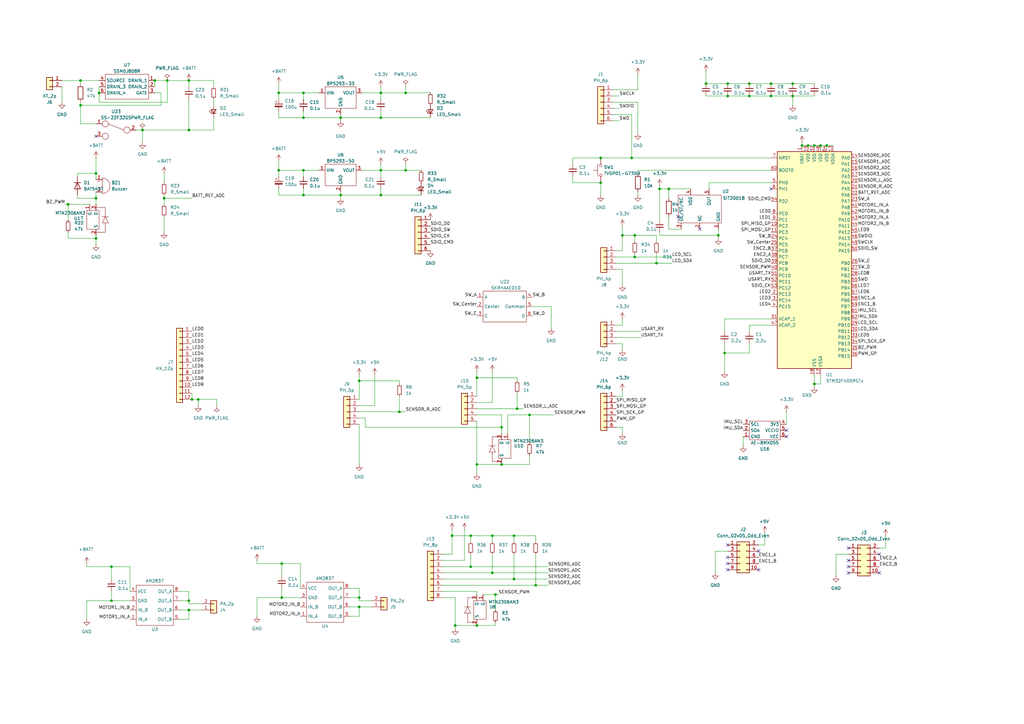
<source format=kicad_sch>
(kicad_sch (version 20231120) (generator "eeschema") (generator_version "8.0")
  (paper "A3")
  (junction (at 336.55 59.69))
  (junction (at 246.38 74.93))
  (junction (at 307.34 39.37))
  (junction (at 203.2 243.84))
  (junction (at 307.34 34.29))
  (junction (at 316.23 34.29))
  (junction (at 205.74 175.26))
  (junction (at 67.31 81.28))
  (junction (at 325.12 34.29))
  (junction (at 78.74 163.83))
  (junction (at 297.18 144.78))
  (junction (at 77.47 33.02))
  (junction (at 334.01 157.48))
  (junction (at 63.5 33.02))
  (junction (at 33.02 43.18))
  (junction (at 193.04 232.41))
  (junction (at 298.45 34.29))
  (junction (at 325.12 39.37))
  (junction (at 270.51 77.47))
  (junction (at 201.93 234.95))
  (junction (at 339.09 59.69))
  (junction (at 246.38 64.77))
  (junction (at 316.23 39.37))
  (junction (at 124.46 80.01))
  (junction (at 193.04 219.71))
  (junction (at 217.17 170.18))
  (junction (at 77.47 246.38))
  (junction (at 124.46 69.85))
  (junction (at 39.37 97.79))
  (junction (at 27.94 83.82))
  (junction (at 219.71 240.03))
  (junction (at 156.21 38.1))
  (junction (at 156.21 80.01))
  (junction (at 115.57 231.14))
  (junction (at 274.32 77.47))
  (junction (at 210.82 219.71))
  (junction (at 166.37 69.85))
  (junction (at 39.37 81.28))
  (junction (at 163.83 168.91))
  (junction (at 294.64 96.52))
  (junction (at 77.47 250.19))
  (junction (at 40.64 38.1))
  (junction (at 205.74 190.5))
  (junction (at 210.82 237.49))
  (junction (at 58.42 53.34))
  (junction (at 212.09 167.64))
  (junction (at 185.42 219.71))
  (junction (at 147.32 245.11))
  (junction (at 45.72 246.38))
  (junction (at 115.57 245.11))
  (junction (at 156.21 48.26))
  (junction (at 147.32 156.21))
  (junction (at 124.46 38.1))
  (junction (at 298.45 39.37))
  (junction (at 166.37 38.1))
  (junction (at 195.58 190.5))
  (junction (at 260.35 96.52))
  (junction (at 334.01 59.69))
  (junction (at 186.69 256.54))
  (junction (at 259.08 64.77))
  (junction (at 77.47 53.34))
  (junction (at 201.93 219.71))
  (junction (at 39.37 71.12))
  (junction (at 139.7 48.26))
  (junction (at 260.35 105.41))
  (junction (at 68.58 33.02))
  (junction (at 255.27 96.52))
  (junction (at 269.24 107.95))
  (junction (at 81.28 163.83))
  (junction (at 156.21 69.85))
  (junction (at 33.02 33.02))
  (junction (at 195.58 154.94))
  (junction (at 289.56 34.29))
  (junction (at 124.46 48.26))
  (junction (at 328.93 59.69))
  (junction (at 114.3 69.85))
  (junction (at 147.32 248.92))
  (junction (at 139.7 80.01))
  (junction (at 114.3 38.1))
  (junction (at 45.72 232.41))
  (junction (at 195.58 256.54))
  (junction (at 331.47 59.69))
  (no_connect (at 322.58 179.07))
  (no_connect (at 311.15 226.06))
  (no_connect (at 347.98 232.41))
  (no_connect (at 287.02 93.98))
  (no_connect (at 347.98 224.79))
  (no_connect (at 360.68 234.95))
  (no_connect (at 347.98 229.87))
  (no_connect (at 39.37 55.88))
  (no_connect (at 322.58 176.53))
  (no_connect (at 278.13 88.9))
  (no_connect (at 316.23 77.47))
  (no_connect (at 298.45 223.52))
  (no_connect (at 311.15 233.68))
  (no_connect (at 360.68 227.33))
  (no_connect (at 298.45 228.6))
  (no_connect (at 298.45 233.68))
  (no_connect (at 347.98 234.95))
  (no_connect (at 298.45 231.14))
  (wire (pts (xy 77.47 246.38) (xy 73.66 246.38)))
  (wire (pts (xy 156.21 48.26) (xy 176.53 48.26)))
  (wire (pts (xy 193.04 232.41) (xy 193.04 227.33)))
  (wire (pts (xy 322.58 168.91) (xy 322.58 173.99)))
  (wire (pts (xy 261.62 78.74) (xy 261.62 80.01)))
  (wire (pts (xy 201.93 219.71) (xy 201.93 222.25)))
  (wire (pts (xy 123.19 231.14) (xy 123.19 241.3)))
  (wire (pts (xy 166.37 38.1) (xy 176.53 38.1)))
  (wire (pts (xy 149.86 171.45) (xy 149.86 175.26)))
  (wire (pts (xy 147.32 241.3) (xy 147.32 245.11)))
  (wire (pts (xy 208.28 177.8) (xy 208.28 170.18)))
  (wire (pts (xy 139.7 46.99) (xy 139.7 48.26)))
  (wire (pts (xy 114.3 66.04) (xy 114.3 69.85)))
  (wire (pts (xy 39.37 96.52) (xy 39.37 97.79)))
  (wire (pts (xy 139.7 48.26) (xy 124.46 48.26)))
  (wire (pts (xy 325.12 34.29) (xy 334.01 34.29)))
  (wire (pts (xy 193.04 219.71) (xy 193.04 222.25)))
  (wire (pts (xy 81.28 163.83) (xy 81.28 166.37)))
  (wire (pts (xy 234.95 74.93) (xy 234.95 72.39)))
  (wire (pts (xy 195.58 172.72) (xy 195.58 190.5)))
  (wire (pts (xy 139.7 80.01) (xy 139.7 81.28)))
  (wire (pts (xy 297.18 135.89) (xy 297.18 130.81)))
  (wire (pts (xy 193.04 219.71) (xy 201.93 219.71)))
  (wire (pts (xy 328.93 58.42) (xy 328.93 59.69)))
  (wire (pts (xy 163.83 162.56) (xy 163.83 168.91)))
  (wire (pts (xy 313.69 223.52) (xy 311.15 223.52)))
  (wire (pts (xy 39.37 71.12) (xy 39.37 73.66)))
  (wire (pts (xy 195.58 154.94) (xy 195.58 162.56)))
  (wire (pts (xy 259.08 64.77) (xy 316.23 64.77)))
  (wire (pts (xy 156.21 45.72) (xy 156.21 48.26)))
  (wire (pts (xy 274.32 77.47) (xy 283.21 77.47)))
  (wire (pts (xy 87.63 33.02) (xy 87.63 35.56)))
  (wire (pts (xy 255.27 143.51) (xy 255.27 140.97)))
  (wire (pts (xy 274.32 88.9) (xy 274.32 93.98)))
  (wire (pts (xy 124.46 38.1) (xy 124.46 40.64)))
  (wire (pts (xy 336.55 157.48) (xy 336.55 153.67)))
  (wire (pts (xy 124.46 48.26) (xy 124.46 45.72)))
  (wire (pts (xy 63.5 33.02) (xy 63.5 35.56)))
  (wire (pts (xy 78.74 163.83) (xy 81.28 163.83)))
  (wire (pts (xy 33.02 34.29) (xy 33.02 33.02)))
  (wire (pts (xy 261.62 41.91) (xy 251.46 41.91)))
  (wire (pts (xy 147.32 248.92) (xy 152.4 248.92)))
  (wire (pts (xy 31.75 81.28) (xy 39.37 81.28)))
  (wire (pts (xy 261.62 30.48) (xy 261.62 36.83)))
  (wire (pts (xy 33.02 50.8) (xy 39.37 50.8)))
  (wire (pts (xy 298.45 39.37) (xy 307.34 39.37)))
  (wire (pts (xy 156.21 69.85) (xy 156.21 72.39)))
  (wire (pts (xy 293.37 226.06) (xy 293.37 234.95)))
  (wire (pts (xy 87.63 53.34) (xy 77.47 53.34)))
  (wire (pts (xy 260.35 105.41) (xy 275.59 105.41)))
  (wire (pts (xy 27.94 83.82) (xy 36.83 83.82)))
  (wire (pts (xy 260.35 96.52) (xy 255.27 96.52)))
  (wire (pts (xy 363.22 224.79) (xy 360.68 224.79)))
  (wire (pts (xy 212.09 154.94) (xy 212.09 156.21)))
  (wire (pts (xy 307.34 34.29) (xy 316.23 34.29)))
  (wire (pts (xy 35.56 254) (xy 35.56 246.38)))
  (wire (pts (xy 255.27 96.52) (xy 255.27 102.87)))
  (wire (pts (xy 115.57 231.14) (xy 123.19 231.14)))
  (wire (pts (xy 181.61 237.49) (xy 210.82 237.49)))
  (wire (pts (xy 307.34 140.97) (xy 307.34 144.78)))
  (wire (pts (xy 185.42 227.33) (xy 181.61 227.33)))
  (wire (pts (xy 115.57 241.3) (xy 115.57 245.11)))
  (wire (pts (xy 149.86 171.45) (xy 147.32 171.45)))
  (wire (pts (xy 334.01 158.75) (xy 334.01 157.48)))
  (wire (pts (xy 210.82 237.49) (xy 224.79 237.49)))
  (wire (pts (xy 255.27 162.56) (xy 252.73 162.56)))
  (wire (pts (xy 363.22 219.71) (xy 363.22 224.79)))
  (wire (pts (xy 82.55 247.65) (xy 77.47 247.65)))
  (wire (pts (xy 39.37 64.77) (xy 39.37 71.12)))
  (wire (pts (xy 163.83 168.91) (xy 166.37 168.91)))
  (wire (pts (xy 347.98 227.33) (xy 342.9 227.33)))
  (wire (pts (xy 270.51 76.2) (xy 270.51 77.47)))
  (wire (pts (xy 156.21 80.01) (xy 172.72 80.01)))
  (wire (pts (xy 39.37 81.28) (xy 39.37 83.82)))
  (wire (pts (xy 269.24 99.06) (xy 269.24 96.52)))
  (wire (pts (xy 45.72 246.38) (xy 53.34 246.38)))
  (wire (pts (xy 270.51 77.47) (xy 270.51 90.17)))
  (wire (pts (xy 331.47 59.69) (xy 334.01 59.69)))
  (wire (pts (xy 294.64 96.52) (xy 294.64 97.79)))
  (wire (pts (xy 205.74 190.5) (xy 217.17 190.5)))
  (wire (pts (xy 68.58 33.02) (xy 77.47 33.02)))
  (wire (pts (xy 87.63 40.64) (xy 87.63 43.18)))
  (wire (pts (xy 201.93 165.1) (xy 195.58 165.1)))
  (wire (pts (xy 45.72 242.57) (xy 45.72 246.38)))
  (wire (pts (xy 255.27 110.49) (xy 252.73 110.49)))
  (wire (pts (xy 35.56 231.14) (xy 35.56 232.41)))
  (wire (pts (xy 63.5 38.1) (xy 66.04 38.1)))
  (wire (pts (xy 67.31 71.12) (xy 67.31 74.93)))
  (wire (pts (xy 156.21 77.47) (xy 156.21 80.01)))
  (wire (pts (xy 334.01 157.48) (xy 336.55 157.48)))
  (wire (pts (xy 105.41 231.14) (xy 115.57 231.14)))
  (wire (pts (xy 203.2 243.84) (xy 198.12 243.84)))
  (wire (pts (xy 67.31 88.9) (xy 67.31 95.25)))
  (wire (pts (xy 67.31 80.01) (xy 67.31 81.28)))
  (wire (pts (xy 255.27 175.26) (xy 255.27 177.8)))
  (wire (pts (xy 114.3 38.1) (xy 124.46 38.1)))
  (wire (pts (xy 336.55 59.69) (xy 334.01 59.69)))
  (wire (pts (xy 87.63 48.26) (xy 87.63 53.34)))
  (wire (pts (xy 33.02 43.18) (xy 33.02 50.8)))
  (wire (pts (xy 186.69 256.54) (xy 195.58 256.54)))
  (wire (pts (xy 166.37 35.56) (xy 166.37 38.1)))
  (wire (pts (xy 166.37 67.31) (xy 166.37 69.85)))
  (wire (pts (xy 217.17 170.18) (xy 217.17 181.61)))
  (wire (pts (xy 114.3 34.29) (xy 114.3 38.1)))
  (wire (pts (xy 77.47 242.57) (xy 77.47 246.38)))
  (wire (pts (xy 251.46 44.45) (xy 254 44.45)))
  (wire (pts (xy 193.04 232.41) (xy 224.79 232.41)))
  (wire (pts (xy 88.9 163.83) (xy 88.9 166.37)))
  (wire (pts (xy 67.31 81.28) (xy 67.31 83.82)))
  (wire (pts (xy 114.3 69.85) (xy 114.3 72.39)))
  (wire (pts (xy 35.56 246.38) (xy 45.72 246.38)))
  (wire (pts (xy 252.73 107.95) (xy 269.24 107.95)))
  (wire (pts (xy 39.37 78.74) (xy 39.37 81.28)))
  (wire (pts (xy 212.09 161.29) (xy 212.09 167.64)))
  (wire (pts (xy 181.61 245.11) (xy 186.69 245.11)))
  (wire (pts (xy 153.67 153.67) (xy 153.67 166.37)))
  (wire (pts (xy 190.5 217.17) (xy 190.5 229.87)))
  (wire (pts (xy 297.18 130.81) (xy 316.23 130.81)))
  (wire (pts (xy 307.34 133.35) (xy 307.34 135.89)))
  (wire (pts (xy 251.46 49.53) (xy 254 49.53)))
  (wire (pts (xy 152.4 246.38) (xy 147.32 246.38)))
  (wire (pts (xy 68.58 41.91) (xy 68.58 33.02)))
  (wire (pts (xy 40.64 41.91) (xy 68.58 41.91)))
  (wire (pts (xy 143.51 248.92) (xy 147.32 248.92)))
  (wire (pts (xy 181.61 234.95) (xy 201.93 234.95)))
  (wire (pts (xy 114.3 38.1) (xy 114.3 40.64)))
  (wire (pts (xy 139.7 48.26) (xy 156.21 48.26)))
  (wire (pts (xy 255.27 130.81) (xy 255.27 133.35)))
  (wire (pts (xy 203.2 255.27) (xy 203.2 256.54)))
  (wire (pts (xy 252.73 105.41) (xy 260.35 105.41)))
  (wire (pts (xy 255.27 133.35) (xy 252.73 133.35)))
  (wire (pts (xy 234.95 67.31) (xy 234.95 64.77)))
  (wire (pts (xy 210.82 219.71) (xy 210.82 222.25)))
  (wire (pts (xy 143.51 241.3) (xy 147.32 241.3)))
  (wire (pts (xy 185.42 217.17) (xy 185.42 219.71)))
  (wire (pts (xy 139.7 78.74) (xy 139.7 80.01)))
  (wire (pts (xy 205.74 170.18) (xy 205.74 175.26)))
  (wire (pts (xy 205.74 175.26) (xy 205.74 177.8)))
  (wire (pts (xy 163.83 156.21) (xy 147.32 156.21)))
  (wire (pts (xy 139.7 80.01) (xy 124.46 80.01)))
  (wire (pts (xy 27.94 97.79) (xy 39.37 97.79)))
  (wire (pts (xy 147.32 248.92) (xy 147.32 252.73)))
  (wire (pts (xy 27.94 95.25) (xy 27.94 97.79)))
  (wire (pts (xy 203.2 250.19) (xy 203.2 243.84)))
  (wire (pts (xy 313.69 218.44) (xy 313.69 223.52)))
  (wire (pts (xy 203.2 243.84) (xy 204.47 243.84)))
  (wire (pts (xy 226.06 125.73) (xy 226.06 134.62)))
  (wire (pts (xy 163.83 156.21) (xy 163.83 157.48)))
  (wire (pts (xy 195.58 152.4) (xy 195.58 154.94)))
  (wire (pts (xy 234.95 74.93) (xy 246.38 74.93)))
  (wire (pts (xy 261.62 54.61) (xy 261.62 41.91)))
  (wire (pts (xy 25.4 35.56) (xy 25.4 41.91)))
  (wire (pts (xy 251.46 46.99) (xy 259.08 46.99)))
  (wire (pts (xy 73.66 250.19) (xy 77.47 250.19)))
  (wire (pts (xy 77.47 250.19) (xy 77.47 254)))
  (wire (pts (xy 26.67 83.82) (xy 27.94 83.82)))
  (wire (pts (xy 185.42 219.71) (xy 185.42 227.33)))
  (wire (pts (xy 203.2 256.54) (xy 195.58 256.54)))
  (wire (pts (xy 270.51 77.47) (xy 274.32 77.47)))
  (wire (pts (xy 205.74 170.18) (xy 195.58 170.18)))
  (wire (pts (xy 156.21 38.1) (xy 166.37 38.1)))
  (wire (pts (xy 297.18 144.78) (xy 297.18 152.4)))
  (wire (pts (xy 195.58 190.5) (xy 205.74 190.5)))
  (wire (pts (xy 259.08 46.99) (xy 259.08 64.77)))
  (wire (pts (xy 210.82 219.71) (xy 219.71 219.71)))
  (wire (pts (xy 185.42 219.71) (xy 193.04 219.71)))
  (wire (pts (xy 147.32 245.11) (xy 143.51 245.11)))
  (wire (pts (xy 40.64 35.56) (xy 40.64 38.1)))
  (wire (pts (xy 269.24 107.95) (xy 275.59 107.95)))
  (wire (pts (xy 31.75 71.12) (xy 39.37 71.12)))
  (wire (pts (xy 88.9 163.83) (xy 81.28 163.83)))
  (wire (pts (xy 208.28 170.18) (xy 217.17 170.18)))
  (wire (pts (xy 31.75 80.01) (xy 31.75 81.28)))
  (wire (pts (xy 289.56 39.37) (xy 298.45 39.37)))
  (wire (pts (xy 270.51 96.52) (xy 294.64 96.52)))
  (wire (pts (xy 290.83 74.93) (xy 316.23 74.93)))
  (wire (pts (xy 255.27 116.84) (xy 255.27 110.49)))
  (wire (pts (xy 39.37 97.79) (xy 39.37 100.33)))
  (wire (pts (xy 294.64 93.98) (xy 294.64 96.52)))
  (wire (pts (xy 212.09 167.64) (xy 214.63 167.64)))
  (wire (pts (xy 219.71 240.03) (xy 224.79 240.03)))
  (wire (pts (xy 66.04 38.1) (xy 66.04 43.18)))
  (wire (pts (xy 156.21 69.85) (xy 166.37 69.85)))
  (wire (pts (xy 270.51 95.25) (xy 270.51 96.52)))
  (wire (pts (xy 33.02 33.02) (xy 40.64 33.02)))
  (wire (pts (xy 148.59 69.85) (xy 156.21 69.85)))
  (wire (pts (xy 297.18 140.97) (xy 297.18 144.78)))
  (wire (pts (xy 212.09 154.94) (xy 195.58 154.94)))
  (wire (pts (xy 68.58 33.02) (xy 63.5 33.02)))
  (wire (pts (xy 45.72 237.49) (xy 45.72 232.41)))
  (wire (pts (xy 156.21 67.31) (xy 156.21 69.85)))
  (wire (pts (xy 33.02 43.18) (xy 33.02 41.91)))
  (wire (pts (xy 45.72 232.41) (xy 53.34 232.41)))
  (wire (pts (xy 246.38 64.77) (xy 259.08 64.77)))
  (wire (pts (xy 114.3 48.26) (xy 114.3 45.72)))
  (wire (pts (xy 124.46 80.01) (xy 124.46 77.47)))
  (wire (pts (xy 255.27 140.97) (xy 252.73 140.97)))
  (wire (pts (xy 342.9 227.33) (xy 342.9 236.22)))
  (wire (pts (xy 260.35 105.41) (xy 260.35 104.14)))
  (wire (pts (xy 325.12 39.37) (xy 325.12 43.18)))
  (wire (pts (xy 181.61 232.41) (xy 193.04 232.41)))
  (wire (pts (xy 316.23 39.37) (xy 325.12 39.37)))
  (wire (pts (xy 114.3 80.01) (xy 114.3 77.47)))
  (wire (pts (xy 181.61 242.57) (xy 195.58 242.57)))
  (wire (pts (xy 339.09 59.69) (xy 341.63 59.69)))
  (wire (pts (xy 334.01 157.48) (xy 334.01 153.67)))
  (wire (pts (xy 218.44 125.73) (xy 226.06 125.73)))
  (wire (pts (xy 105.41 252.73) (xy 105.41 245.11)))
  (wire (pts (xy 124.46 80.01) (xy 114.3 80.01)))
  (wire (pts (xy 124.46 69.85) (xy 124.46 72.39)))
  (wire (pts (xy 261.62 71.12) (xy 261.62 69.85)))
  (wire (pts (xy 78.74 161.29) (xy 78.74 163.83)))
  (wire (pts (xy 147.32 168.91) (xy 163.83 168.91)))
  (wire (pts (xy 77.47 53.34) (xy 58.42 53.34)))
  (wire (pts (xy 77.47 33.02) (xy 87.63 33.02)))
  (wire (pts (xy 260.35 99.06) (xy 260.35 96.52)))
  (wire (pts (xy 201.93 234.95) (xy 201.93 227.33)))
  (wire (pts (xy 77.47 33.02) (xy 77.47 35.56)))
  (wire (pts (xy 66.04 43.18) (xy 33.02 43.18)))
  (wire (pts (xy 261.62 36.83) (xy 251.46 36.83)))
  (wire (pts (xy 325.12 39.37) (xy 334.01 39.37)))
  (wire (pts (xy 246.38 74.93) (xy 246.38 80.01)))
  (wire (pts (xy 201.93 219.71) (xy 210.82 219.71)))
  (wire (pts (xy 115.57 245.11) (xy 123.19 245.11)))
  (wire (pts (xy 274.32 81.28) (xy 274.32 77.47)))
  (wire (pts (xy 261.62 69.85) (xy 316.23 69.85)))
  (wire (pts (xy 77.47 250.19) (xy 82.55 250.19)))
  (wire (pts (xy 195.58 194.31) (xy 195.58 190.5)))
  (wire (pts (xy 298.45 226.06) (xy 293.37 226.06)))
  (wire (pts (xy 290.83 74.93) (xy 290.83 77.47)))
  (wire (pts (xy 289.56 29.21) (xy 289.56 34.29)))
  (wire (pts (xy 269.24 96.52) (xy 260.35 96.52)))
  (wire (pts (xy 328.93 59.69) (xy 331.47 59.69)))
  (wire (pts (xy 336.55 59.69) (xy 339.09 59.69)))
  (wire (pts (xy 73.66 242.57) (xy 77.47 242.57)))
  (wire (pts (xy 53.34 232.41) (xy 53.34 242.57)))
  (wire (pts (xy 147.32 153.67) (xy 147.32 156.21)))
  (wire (pts (xy 153.67 166.37) (xy 147.32 166.37)))
  (wire (pts (xy 35.56 232.41) (xy 45.72 232.41)))
  (wire (pts (xy 124.46 69.85) (xy 130.81 69.85)))
  (wire (pts (xy 255.27 160.02) (xy 255.27 162.56)))
  (wire (pts (xy 289.56 34.29) (xy 298.45 34.29)))
  (wire (pts (xy 55.88 53.34) (xy 58.42 53.34)))
  (wire (pts (xy 255.27 92.71) (xy 255.27 96.52)))
  (wire (pts (xy 67.31 81.28) (xy 78.74 81.28)))
  (wire (pts (xy 316.23 133.35) (xy 307.34 133.35)))
  (wire (pts (xy 186.69 256.54) (xy 186.69 257.81)))
  (wire (pts (xy 77.47 247.65) (xy 77.47 246.38)))
  (wire (pts (xy 307.34 39.37) (xy 316.23 39.37)))
  (wire (pts (xy 210.82 237.49) (xy 210.82 227.33)))
  (wire (pts (xy 147.32 246.38) (xy 147.32 245.11)))
  (wire (pts (xy 269.24 107.95) (xy 269.24 104.14)))
  (wire (pts (xy 25.4 33.02) (xy 33.02 33.02)))
  (wire (pts (xy 139.7 80.01) (xy 156.21 80.01)))
  (wire (pts (xy 186.69 245.11) (xy 186.69 256.54)))
  (wire (pts (xy 217.17 170.18) (xy 227.33 170.18)))
  (wire (pts (xy 316.23 34.29) (xy 325.12 34.29)))
  (wire (pts (xy 201.93 234.95) (xy 224.79 234.95)))
  (wire (pts (xy 115.57 236.22) (xy 115.57 231.14)))
  (wire (pts (xy 114.3 69.85) (xy 124.46 69.85)))
  (wire (pts (xy 40.64 38.1) (xy 40.64 41.91)))
  (wire (pts (xy 251.46 39.37) (xy 254 39.37)))
  (wire (pts (xy 181.61 229.87) (xy 190.5 229.87)))
  (wire (pts (xy 252.73 135.89) (xy 262.89 135.89)))
  (wire (pts (xy 77.47 40.64) (xy 77.47 53.34)))
  (wire (pts (xy 298.45 34.29) (xy 307.34 34.29)))
  (wire (pts (xy 181.61 240.03) (xy 219.71 240.03)))
  (wire (pts (xy 195.58 167.64) (xy 212.09 167.64)))
  (wire (pts (xy 147.32 173.99) (xy 147.32 190.5)))
  (wire (pts (xy 139.7 48.26) (xy 139.7 49.53)))
  (wire (pts (xy 166.37 69.85) (xy 172.72 69.85)))
  (wire (pts (xy 143.51 252.73) (xy 147.32 252.73)))
  (wire (pts (xy 31.75 72.39) (xy 31.75 71.12)))
  (wire (pts (xy 255.27 102.87) (xy 252.73 102.87)))
  (wire (pts (xy 148.59 38.1) (xy 156.21 38.1)))
  (wire (pts (xy 156.21 35.56) (xy 156.21 38.1)))
  (wire (pts (xy 219.71 240.03) (xy 219.71 227.33)))
  (wire (pts (xy 105.41 229.87) (xy 105.41 231.14)))
  (wire (pts (xy 274.32 93.98) (xy 279.4 93.98)))
  (wire (pts (xy 304.8 179.07) (xy 304.8 182.88)))
  (wire (pts (xy 58.42 53.34) (xy 58.42 58.42)))
  (wire (pts (xy 219.71 219.71) (xy 219.71 222.25)))
  (wire (pts (xy 201.93 152.4) (xy 201.93 165.1)))
  (wire (pts (xy 234.95 64.77) (xy 246.38 64.77)))
  (wire (pts (xy 124.46 48.26) (xy 114.3 48.26)))
  (wire (pts (xy 73.66 254) (xy 77.47 254)))
  (wire (pts (xy 27.94 83.82) (xy 27.94 90.17)))
  (wire (pts (xy 147.32 156.21) (xy 147.32 163.83)))
  (wire (pts (xy 105.41 245.11) (xy 115.57 245.11)))
  (wire (pts (xy 252.73 138.43) (xy 262.89 138.43)))
  (wire (pts (xy 156.21 38.1) (xy 156.21 40.64)))
  (wire (pts (xy 252.73 175.26) (xy 255.27 175.26)))
  (wire (pts (xy 195.58 242.57) (xy 195.58 243.84)))
  (wire (pts (xy 149.86 175.26) (xy 205.74 175.26)))
  (wire (pts (xy 297.18 144.78) (xy 307.34 144.78)))
  (wire (pts (xy 217.17 190.5) (xy 217.17 186.69)))
  (wire (pts (xy 124.46 38.1) (xy 130.81 38.1)))
  (label "LED8" (at 78.74 156.21 0))
  (label "LED0" (at 78.74 135.89 0))
  (label "SENSOR_PWM" (at 227.33 170.18 0))
  (label "USART_RX" (at 316.23 115.57 180))
  (label "USART_TX" (at 262.89 138.43 0))
  (label "SW_Center" (at 316.23 100.33 180))
  (label "SW_Center" (at 195.58 125.73 180))
  (label "LED1" (at 78.74 138.43 0))
  (label "SENSOR_PWM" (at 316.23 110.49 180))
  (label "IMU_SDA" (at 351.79 130.81 0))
  (label "PWM_GP" (at 252.73 172.72 0))
  (label "LED4" (at 316.23 125.73 180))
  (label "LED5" (at 78.74 148.59 0))
  (label "LED4" (at 78.74 146.05 0))
  (label "SWCLK" (at 254 39.37 0))
  (label "SPI_SCK_GP" (at 351.79 140.97 0))
  (label "SENSOR_L_ADC" (at 214.63 167.64 0))
  (label "SDIO_CMD" (at 176.53 100.33 0))
  (label "LED6" (at 351.79 120.65 0))
  (label "LED1" (at 316.23 90.17 180))
  (label "LED3" (at 316.23 123.19 180))
  (label "SENSOR3_ADC" (at 224.79 240.03 0))
  (label "SENSOR2_ADC" (at 224.79 237.49 0))
  (label "USART_TX" (at 316.23 113.03 180))
  (label "SENSOR2_ADC" (at 351.79 69.85 0))
  (label "LCD_SCL" (at 351.79 133.35 0))
  (label "SDIO_D0" (at 316.23 107.95 180))
  (label "SW_B" (at 218.44 121.92 0))
  (label "LED9" (at 78.74 158.75 0))
  (label "SW_C" (at 195.58 129.54 180))
  (label "MOTOR2_IN_B" (at 351.79 92.71 0))
  (label "SDIO_D0" (at 176.53 92.71 0))
  (label "MOTOR2_IN_A" (at 351.79 90.17 0))
  (label "SWDIO" (at 254 44.45 0))
  (label "MOTOR2_IN_A" (at 123.19 252.73 180))
  (label "MOTOR1_IN_B" (at 351.79 87.63 0))
  (label "SENSOR_R_ADC" (at 166.37 168.91 0))
  (label "SENSOR0_ADC" (at 351.79 64.77 0))
  (label "IMU_SDA" (at 304.8 176.53 180))
  (label "LED2" (at 78.74 140.97 0))
  (label "SPI_MISO_GP" (at 316.23 92.71 180))
  (label "IMU_SCL" (at 351.79 128.27 0))
  (label "MOTOR1_IN_A" (at 351.79 85.09 0))
  (label "LCD_SCL" (at 275.59 105.41 0))
  (label "LED8" (at 351.79 113.03 0))
  (label "ENC1_A" (at 311.15 228.6 0))
  (label "SWO" (at 351.79 115.57 0))
  (label "ENC2_A" (at 316.23 105.41 180))
  (label "SPI_MOSI_GP" (at 316.23 95.25 180))
  (label "IMU_SCL" (at 304.8 173.99 180))
  (label "SWDIO" (at 351.79 97.79 0))
  (label "ENC2_A" (at 360.68 229.87 0))
  (label "USART_RX" (at 262.89 135.89 0))
  (label "ENC1_B" (at 311.15 231.14 0))
  (label "SDIO_SW" (at 351.79 102.87 0))
  (label "SW_D" (at 351.79 110.49 0))
  (label "LED3" (at 78.74 143.51 0))
  (label "MOTOR1_IN_B" (at 53.34 250.19 180))
  (label "SENSOR3_ADC" (at 351.79 72.39 0))
  (label "SW_D" (at 218.44 129.54 0))
  (label "LED6" (at 78.74 151.13 0))
  (label "PWM_GP" (at 351.79 146.05 0))
  (label "LCD_SDA" (at 275.59 107.95 0))
  (label "LED0" (at 316.23 87.63 180))
  (label "ENC2_B" (at 360.68 232.41 0))
  (label "SW_B" (at 316.23 97.79 180))
  (label "SW_A" (at 351.79 82.55 0))
  (label "SENSOR0_ADC" (at 224.79 232.41 0))
  (label "SDIO_CMD" (at 316.23 82.55 180))
  (label "SPI_SCK_GP" (at 252.73 170.18 0))
  (label "LCD_SDA" (at 351.79 135.89 0))
  (label "SPI_MISO_GP" (at 252.73 165.1 0))
  (label "LED7" (at 351.79 118.11 0))
  (label "ENC2_B" (at 316.23 102.87 180))
  (label "SENSOR1_ADC" (at 224.79 234.95 0))
  (label "SW_C" (at 351.79 107.95 0))
  (label "SDIO_CK" (at 316.23 118.11 180))
  (label "SWCLK" (at 351.79 100.33 0))
  (label "SENSOR_L_ADC" (at 351.79 74.93 0))
  (label "LED2" (at 316.23 120.65 180))
  (label "SENSOR_R_ADC" (at 351.79 77.47 0))
  (label "SW_A" (at 195.58 121.92 180))
  (label "SENSOR_PWM" (at 204.47 243.84 0))
  (label "LED7" (at 78.74 153.67 0))
  (label "MOTOR1_IN_A" (at 53.34 254 180))
  (label "SWO" (at 254 49.53 0))
  (label "BATT_REF_ADC" (at 351.79 80.01 0))
  (label "BATT_REF_ADC" (at 78.74 81.28 0))
  (label "BZ_PWM" (at 351.79 143.51 0))
  (label "SDIO_SW" (at 176.53 95.25 0))
  (label "ENC1_B" (at 351.79 125.73 0))
  (label "ENC1_A" (at 351.79 123.19 0))
  (label "LED9" (at 351.79 95.25 0))
  (label "SDIO_CK" (at 176.53 97.79 0))
  (label "BZ_PWM" (at 26.67 83.82 180))
  (label "SPI_MOSI_GP" (at 252.73 167.64 0))
  (label "SENSOR1_ADC" (at 351.79 67.31 0))
  (label "MOTOR2_IN_B" (at 123.19 248.92 180))
  (label "LED5" (at 351.79 138.43 0))
  (symbol (lib_id "Connector_Generic:Conn_01x02") (at 20.32 33.02 0) (mirror y) (unit 1)
    (property "Reference" "J6" (at 20.32 41.91 0))
    (property "Value" "XT_2p" (at 20.32 39.37 0))
    (property "Footprint" "Connector_AMASS:AMASS_XT30PW-M_1x02_P2.50mm_Horizontal" (effects (hide yes)))
    (property "Description" "Generic connector, single row, 01x02, script generated (kicad-library-utils/schlib/autogen/connector/)" (effects (hide yes)))
  )
  (symbol (lib_id "mylib:MTN2306AN3") (at 208.28 184.15 270) (unit 1)
    (property "Reference" "U10" (at 210.82 182.8799 90) (effects (justify left)))
    (property "Value" "MTN2306AN3" (at 210.566 180.848 90) (effects (justify left)))
    (property "Footprint" "Package_TO_SOT_SMD:TSOT-23" (effects (hide yes)))
  )
  (symbol (lib_id "power:+3.3V") (at 255.27 160.02 0) (unit 1)
    (property "Reference" "#PWR081" (effects (hide yes)))
    (property "Value" "+3.3V" (at 255.27 154.94 0))
    (property "Description" "Power symbol creates a global label with name \"+3.3V\"" (effects (hide yes)))
  )
  (symbol (lib_id "power:+BATT") (at 105.41 229.87 0) (mirror y) (unit 1)
    (property "Reference" "#PWR024" (effects (hide yes)))
    (property "Value" "+BATT" (at 105.41 224.79 0))
    (property "Description" "Power symbol creates a global label with name \"+BATT\"" (effects (hide yes)))
  )
  (symbol (lib_id "power:GND") (at 297.18 152.4 0) (unit 1)
    (property "Reference" "#PWR01" (effects (hide yes)))
    (property "Value" "GND" (at 297.18 157.48 0))
    (property "Description" "Power symbol creates a global label with name \"GND\" , ground" (effects (hide yes)))
  )
  (symbol (lib_id "Device:C_Small") (at 316.23 36.83 0) (unit 1)
    (property "Reference" "C8" (at 318.77 35.5662 0) (effects (justify left)))
    (property "Value" "0.1u" (at 318.77 38.1062 0) (effects (justify left)))
    (property "Footprint" "Capacitor_SMD:C_0603_1608Metric_Pad1.08x0.95mm_HandSolder" (effects (hide yes)))
    (property "Description" "Unpolarized capacitor, small symbol" (effects (hide yes)))
  )
  (symbol (lib_id "Device:R_Small") (at 67.31 77.47 0) (unit 1)
    (property "Reference" "R23" (at 69.85 76.1999 0) (effects (justify left)))
    (property "Value" "R_Small" (at 69.85 78.7399 0) (effects (justify left)))
    (property "Footprint" "Resistor_SMD:R_0603_1608Metric_Pad0.98x0.95mm_HandSolder" (effects (hide yes)))
    (property "Description" "Resistor, small symbol" (effects (hide yes)))
  )
  (symbol (lib_id "power:GND") (at 255.27 177.8 0) (unit 1)
    (property "Reference" "#PWR082" (effects (hide yes)))
    (property "Value" "GND" (at 255.27 181.61 0))
    (property "Description" "Power symbol creates a global label with name \"GND\" , ground" (effects (hide yes)))
  )
  (symbol (lib_id "power:GND") (at 226.06 134.62 0) (mirror y) (unit 1)
    (property "Reference" "#PWR067" (effects (hide yes)))
    (property "Value" "GND" (at 226.06 139.7 0))
    (property "Description" "Power symbol creates a global label with name \"GND\" , ground" (effects (hide yes)))
  )
  (symbol (lib_id "power:PWR_FLAG") (at 58.42 53.34 0) (unit 1)
    (property "Reference" "#FLG03" (effects (hide yes)))
    (property "Value" "PWR_FLAG" (at 58.42 48.26 0))
    (property "Description" "Special symbol for telling ERC where power comes from" (effects (hide yes)))
  )
  (symbol (lib_id "Device:C_Polarized_Small") (at 114.3 74.93 0) (unit 1)
    (property "Reference" "C19" (at 116.84 73.1138 0) (effects (justify left)))
    (property "Value" "100u" (at 116.84 75.6538 0) (effects (justify left)))
    (property "Footprint" "Capacitor_SMD:CP_Elec_6.3x5.4" (effects (hide yes)))
    (property "Description" "Polarized capacitor, small symbol" (effects (hide yes)))
  )
  (symbol (lib_id "power:+BATT") (at 77.47 33.02 0) (unit 1)
    (property "Reference" "#PWR030" (effects (hide yes)))
    (property "Value" "+BATT" (at 77.47 27.94 0))
    (property "Description" "Power symbol creates a global label with name \"+BATT\"" (effects (hide yes)))
  )
  (symbol (lib_id "power:+5V") (at 156.21 67.31 0) (unit 1)
    (property "Reference" "#PWR034" (effects (hide yes)))
    (property "Value" "+5V" (at 156.21 62.23 0))
    (property "Description" "Power symbol creates a global label with name \"+5V\"" (effects (hide yes)))
  )
  (symbol (lib_id "Connector_Generic:Conn_01x04") (at 247.65 135.89 0) (mirror y) (unit 1)
    (property "Reference" "J12" (at 247.65 147.32 0))
    (property "Value" "PH_4p" (at 247.65 144.78 0))
    (property "Footprint" "Connector_JST:JST_PH_B4B-PH-K_1x04_P2.00mm_Vertical" (effects (hide yes)))
    (property "Description" "Generic connector, single row, 01x04, script generated (kicad-library-utils/schlib/autogen/connector/)" (effects (hide yes)))
  )
  (symbol (lib_id "Connector_Generic:Conn_01x05") (at 190.5 167.64 0) (mirror y) (unit 1)
    (property "Reference" "J10" (at 190.5 156.21 0))
    (property "Value" "PH_5p" (at 190.5 158.75 0))
    (property "Footprint" "Connector_JST:JST_PH_B5B-PH-K_1x05_P2.00mm_Vertical" (effects (hide yes)))
    (property "Description" "Generic connector, single row, 01x05, script generated (kicad-library-utils/schlib/autogen/connector/)" (effects (hide yes)))
  )
  (symbol (lib_id "power:GND") (at 147.32 190.5 0) (mirror y) (unit 1)
    (property "Reference" "#PWR065" (effects (hide yes)))
    (property "Value" "GND" (at 147.32 195.58 0))
    (property "Description" "Power symbol creates a global label with name \"GND\" , ground" (effects (hide yes)))
  )
  (symbol (lib_id "Device:C_Small") (at 45.72 240.03 0) (mirror y) (unit 1)
    (property "Reference" "C11" (at 48.26 238.7662 0) (effects (justify right)))
    (property "Value" "0.1u" (at 48.26 241.3062 0) (effects (justify right)))
    (property "Footprint" "Capacitor_SMD:C_0603_1608Metric_Pad1.08x0.95mm_HandSolder" (effects (hide yes)))
    (property "Description" "Unpolarized capacitor, small symbol" (effects (hide yes)))
  )
  (symbol (lib_id "Device:C_Small") (at 298.45 36.83 0) (unit 1)
    (property "Reference" "C6" (at 300.99 35.5662 0) (effects (justify left)))
    (property "Value" "0.1u" (at 300.99 38.1062 0) (effects (justify left)))
    (property "Footprint" "Capacitor_SMD:C_0603_1608Metric_Pad1.08x0.95mm_HandSolder" (effects (hide yes)))
    (property "Description" "Unpolarized capacitor, small symbol" (effects (hide yes)))
  )
  (symbol (lib_id "power:GND") (at 261.62 80.01 0) (unit 1)
    (property "Reference" "#PWR02" (effects (hide yes)))
    (property "Value" "GND" (at 261.62 85.09 0))
    (property "Description" "Power symbol creates a global label with name \"GND\" , ground" (effects (hide yes)))
  )
  (symbol (lib_id "Connector_Generic:Conn_01x02") (at 87.63 250.19 0) (mirror x) (unit 1)
    (property "Reference" "J4" (at 90.17 250.1901 0) (effects (justify left)))
    (property "Value" "PA_2p" (at 90.17 247.6501 0) (effects (justify left)))
    (property "Footprint" "Connector_JST:JST_PH_B2B-PH-K_1x02_P2.00mm_Vertical" (effects (hide yes)))
    (property "Description" "Generic connector, single row, 01x02, script generated (kicad-library-utils/schlib/autogen/connector/)" (effects (hide yes)))
  )
  (symbol (lib_id "Device:R_Small") (at 217.17 184.15 0) (unit 1)
    (property "Reference" "R7" (at 219.71 182.8799 0) (effects (justify left)))
    (property "Value" "47k" (at 219.71 185.4199 0) (effects (justify left)))
    (property "Footprint" "Resistor_SMD:R_0603_1608Metric_Pad0.98x0.95mm_HandSolder" (effects (hide yes)))
    (property "Description" "Resistor, small symbol" (effects (hide yes)))
  )
  (symbol (lib_id "power:GND") (at 139.7 81.28 0) (unit 1)
    (property "Reference" "#PWR029" (effects (hide yes)))
    (property "Value" "GND" (at 139.7 86.36 0))
    (property "Description" "Power symbol creates a global label with name \"GND\" , ground" (effects (hide yes)))
  )
  (symbol (lib_id "power:GND") (at 35.56 254 0) (mirror y) (unit 1)
    (property "Reference" "#PWR022" (effects (hide yes)))
    (property "Value" "GND" (at 35.56 259.08 0))
    (property "Description" "Power symbol creates a global label with name \"GND\" , ground" (effects (hide yes)))
  )
  (symbol (lib_id "Device:R") (at 33.02 38.1 0) (unit 1)
    (property "Reference" "R2" (at 35.56 36.8299 0) (effects (justify left)))
    (property "Value" "47k" (at 35.56 39.3699 0) (effects (justify left)))
    (property "Footprint" "Resistor_SMD:R_0603_1608Metric_Pad0.98x0.95mm_HandSolder" (effects (hide yes)))
    (property "Description" "Resistor" (effects (hide yes)))
  )
  (symbol (lib_id "power:GND") (at 81.28 166.37 0) (mirror y) (unit 1)
    (property "Reference" "#PWR045" (effects (hide yes)))
    (property "Value" "GND" (at 81.28 171.45 0))
    (property "Description" "Power symbol creates a global label with name \"GND\" , ground" (effects (hide yes)))
  )
  (symbol (lib_id "Connector_Generic:Conn_01x04") (at 247.65 105.41 0) (mirror y) (unit 1)
    (property "Reference" "J8" (at 247.65 116.84 0))
    (property "Value" "PH_4p" (at 247.65 114.3 0))
    (property "Footprint" "Connector_JST:JST_PH_B4B-PH-K_1x04_P2.00mm_Vertical" (effects (hide yes)))
    (property "Description" "Generic connector, single row, 01x04, script generated (kicad-library-utils/schlib/autogen/connector/)" (effects (hide yes)))
  )
  (symbol (lib_id "Device:R_Small") (at 219.71 224.79 0) (unit 1)
    (property "Reference" "R39" (at 222.25 223.5199 0) (effects (justify left)))
    (property "Value" "1k" (at 222.25 226.0599 0) (effects (justify left)))
    (property "Footprint" "Resistor_SMD:R_0603_1608Metric_Pad0.98x0.95mm_HandSolder" (effects (hide yes)))
    (property "Description" "Resistor, small symbol" (effects (hide yes)))
  )
  (symbol (lib_id "mylib:AE-BMX055") (at 313.69 179.07 0) (mirror x) (unit 1)
    (property "Reference" "U16" (at 313.69 184.15 0))
    (property "Value" "AE-BMX055" (at 313.69 181.61 0))
    (property "Footprint" "mylib:AE-BMX055" (effects (hide yes)))
  )
  (symbol (lib_id "Connector_Generic:Conn_01x06") (at 247.65 167.64 0) (mirror y) (unit 1)
    (property "Reference" "J14" (at 247.65 156.21 0))
    (property "Value" "PH_6p" (at 247.65 158.75 0))
    (property "Footprint" "Connector_JST:JST_PH_B6B-PH-K_1x06_P2.00mm_Vertical" (effects (hide yes)))
    (property "Description" "Generic connector, single row, 01x06, script generated (kicad-library-utils/schlib/autogen/connector/)" (effects (hide yes)))
  )
  (symbol (lib_id "Connector_Generic:Conn_02x05_Odd_Even") (at 303.53 228.6 0) (unit 1)
    (property "Reference" "J2" (at 304.8 217.17 0))
    (property "Value" "Conn_02x05_Odd_Even" (at 304.8 219.71 0))
    (property "Footprint" "Connector_PinHeader_1.00mm:PinHeader_2x05_P1.00mm_Vertical" (effects (hide yes)))
    (property "Description" "Generic connector, double row, 02x05, odd/even pin numbering scheme (row 1 odd numbers, row 2 even numbers), script generated (kicad-library-utils/schlib/autogen/connector/)" (effects (hide yes)))
  )
  (symbol (lib_id "Device:C_Small") (at 334.01 36.83 0) (unit 1)
    (property "Reference" "C10" (at 336.55 35.5662 0) (effects (justify left)))
    (property "Value" "0.1u" (at 336.55 38.1062 0) (effects (justify left)))
    (property "Footprint" "Capacitor_SMD:C_0603_1608Metric_Pad1.08x0.95mm_HandSolder" (effects (hide yes)))
    (property "Description" "Unpolarized capacitor, small symbol" (effects (hide yes)))
  )
  (symbol (lib_id "Device:C_Small") (at 270.51 92.71 0) (unit 1)
    (property "Reference" "C4" (at 265.43 91.44 0) (effects (justify left)))
    (property "Value" "0.1u" (at 264.922 93.98 0) (effects (justify left)))
    (property "Footprint" "Capacitor_SMD:C_0603_1608Metric_Pad1.08x0.95mm_HandSolder" (effects (hide yes)))
    (property "Description" "Unpolarized capacitor, small symbol" (effects (hide yes)))
  )
  (symbol (lib_id "Device:R_Small") (at 176.53 40.64 0) (unit 1)
    (property "Reference" "R32" (at 179.07 39.3699 0) (effects (justify left)))
    (property "Value" "R_Small" (at 179.07 41.9099 0) (effects (justify left)))
    (property "Footprint" "Resistor_SMD:R_0603_1608Metric_Pad0.98x0.95mm_HandSolder" (effects (hide yes)))
    (property "Description" "Resistor, small symbol" (effects (hide yes)))
  )
  (symbol (lib_id "Device:C_Small") (at 297.18 138.43 0) (unit 1)
    (property "Reference" "C2" (at 299.72 137.1662 0) (effects (justify left)))
    (property "Value" "2.2u" (at 299.72 139.7062 0) (effects (justify left)))
    (property "Footprint" "Capacitor_SMD:C_0603_1608Metric_Pad1.08x0.95mm_HandSolder" (effects (hide yes)))
    (property "Description" "Unpolarized capacitor, small symbol" (effects (hide yes)))
  )
  (symbol (lib_id "Device:C_Small") (at 307.34 36.83 0) (unit 1)
    (property "Reference" "C7" (at 309.88 35.5662 0) (effects (justify left)))
    (property "Value" "0.1u" (at 309.88 38.1062 0) (effects (justify left)))
    (property "Footprint" "Capacitor_SMD:C_0603_1608Metric_Pad1.08x0.95mm_HandSolder" (effects (hide yes)))
    (property "Description" "Unpolarized capacitor, small symbol" (effects (hide yes)))
  )
  (symbol (lib_id "power:GND") (at 342.9 236.22 0) (unit 1)
    (property "Reference" "#PWR020" (effects (hide yes)))
    (property "Value" "GND" (at 342.9 241.3 0))
    (property "Description" "Power symbol creates a global label with name \"GND\" , ground" (effects (hide yes)))
  )
  (symbol (lib_id "Device:R_Small") (at 193.04 224.79 0) (unit 1)
    (property "Reference" "R36" (at 195.58 223.5199 0) (effects (justify left)))
    (property "Value" "1k" (at 195.58 226.0599 0) (effects (justify left)))
    (property "Footprint" "Resistor_SMD:R_0603_1608Metric_Pad0.98x0.95mm_HandSolder" (effects (hide yes)))
    (property "Description" "Resistor, small symbol" (effects (hide yes)))
  )
  (symbol (lib_id "Device:R") (at 274.32 85.09 0) (unit 1)
    (property "Reference" "R4" (at 275.59 83.82 0) (effects (justify left)))
    (property "Value" "1k" (at 275.59 86.106 0) (effects (justify left)))
    (property "Footprint" "Resistor_SMD:R_0603_1608Metric_Pad0.98x0.95mm_HandSolder" (effects (hide yes)))
    (property "Description" "Resistor" (effects (hide yes)))
  )
  (symbol (lib_id "Connector_Generic:Conn_01x06") (at 171.45 95.25 0) (mirror y) (unit 1)
    (property "Reference" "J11" (at 171.45 83.82 0))
    (property "Value" "PH_6p" (at 171.45 86.36 0))
    (property "Footprint" "Connector_JST:JST_PH_B6B-PH-K_1x06_P2.00mm_Vertical" (effects (hide yes)))
    (property "Description" "Generic connector, single row, 01x06, script generated (kicad-library-utils/schlib/autogen/connector/)" (effects (hide yes)))
  )
  (symbol (lib_id "Device:R_Small") (at 203.2 252.73 0) (unit 1)
    (property "Reference" "R3" (at 205.74 251.4599 0) (effects (justify left)))
    (property "Value" "47k" (at 205.74 253.9999 0) (effects (justify left)))
    (property "Footprint" "Resistor_SMD:R_0603_1608Metric_Pad0.98x0.95mm_HandSolder" (effects (hide yes)))
    (property "Description" "Resistor, small symbol" (effects (hide yes)))
  )
  (symbol (lib_id "Device:R_Small") (at 67.31 86.36 0) (unit 1)
    (property "Reference" "R24" (at 69.85 85.0899 0) (effects (justify left)))
    (property "Value" "R_Small" (at 69.85 87.6299 0) (effects (justify left)))
    (property "Footprint" "Resistor_SMD:R_0603_1608Metric_Pad0.98x0.95mm_HandSolder" (effects (hide yes)))
    (property "Description" "Resistor, small symbol" (effects (hide yes)))
  )
  (symbol (lib_id "power:+5V") (at 190.5 217.17 0) (unit 1)
    (property "Reference" "#PWR035" (effects (hide yes)))
    (property "Value" "+5V" (at 190.5 212.09 0))
    (property "Description" "Power symbol creates a global label with name \"+5V\"" (effects (hide yes)))
  )
  (symbol (lib_id "Device:C_Small") (at 325.12 36.83 0) (unit 1)
    (property "Reference" "C9" (at 327.66 35.5662 0) (effects (justify left)))
    (property "Value" "0.1u" (at 327.66 38.1062 0) (effects (justify left)))
    (property "Footprint" "Capacitor_SMD:C_0603_1608Metric_Pad1.08x0.95mm_HandSolder" (effects (hide yes)))
    (property "Description" "Unpolarized capacitor, small symbol" (effects (hide yes)))
  )
  (symbol (lib_id "Switch:SW_Push") (at 246.38 69.85 90) (unit 1)
    (property "Reference" "SW1" (at 247.65 68.5799 90) (effects (justify right)))
    (property "Value" "TVGP01-G73BB" (at 247.65 71.1199 90) (effects (justify right)))
    (property "Footprint" "mylib:TVGP01-G73BB" (effects (hide yes)))
    (property "Description" "Push button switch, generic, two pins" (effects (hide yes)))
  )
  (symbol (lib_id "mylib:AM2837") (at 63.5 250.19 0) (mirror x) (unit 1)
    (property "Reference" "U3" (at 63.5 258.064 0))
    (property "Value" "AM2837" (at 63.5 238.252 0))
    (property "Footprint" "Package_SO:TSSOP-8_3x3mm_P0.65mm" (effects (hide yes)))
  )
  (symbol (lib_id "power:GND") (at 58.42 58.42 0) (unit 1)
    (property "Reference" "#PWR031" (effects (hide yes)))
    (property "Value" "GND" (at 58.42 63.246 0))
    (property "Description" "Power symbol creates a global label with name \"GND\" , ground" (effects (hide yes)))
  )
  (symbol (lib_id "power:GND") (at 246.38 80.01 0) (unit 1)
    (property "Reference" "#PWR03" (effects (hide yes)))
    (property "Value" "GND" (at 246.38 85.09 0))
    (property "Description" "Power symbol creates a global label with name \"GND\" , ground" (effects (hide yes)))
  )
  (symbol (lib_id "Device:C_Small") (at 115.57 238.76 0) (mirror y) (unit 1)
    (property "Reference" "C14" (at 118.11 237.4962 0) (effects (justify right)))
    (property "Value" "0.1u" (at 118.11 240.0362 0) (effects (justify right)))
    (property "Footprint" "Capacitor_SMD:C_0603_1608Metric_Pad1.08x0.95mm_HandSolder" (effects (hide yes)))
    (property "Description" "Unpolarized capacitor, small symbol" (effects (hide yes)))
  )
  (symbol (lib_id "power:+3.3V") (at 195.58 152.4 0) (unit 1)
    (property "Reference" "#PWR038" (effects (hide yes)))
    (property "Value" "+3.3V" (at 195.58 147.32 0))
    (property "Description" "Power symbol creates a global label with name \"+3.3V\"" (effects (hide yes)))
  )
  (symbol (lib_id "Device:C_Small") (at 307.34 138.43 0) (unit 1)
    (property "Reference" "C1" (at 309.88 137.1662 0) (effects (justify left)))
    (property "Value" "2.2u" (at 309.88 139.7062 0) (effects (justify left)))
    (property "Footprint" "Capacitor_SMD:C_0603_1608Metric_Pad1.08x0.95mm_HandSolder" (effects (hide yes)))
    (property "Description" "Unpolarized capacitor, small symbol" (effects (hide yes)))
  )
  (symbol (lib_id "power:GND") (at 39.37 100.33 0) (mirror y) (unit 1)
    (property "Reference" "#PWR048" (effects (hide yes)))
    (property "Value" "GND" (at 39.37 105.41 0))
    (property "Description" "Power symbol creates a global label with name \"GND\" , ground" (effects (hide yes)))
  )
  (symbol (lib_id "power:PWR_FLAG") (at 166.37 67.31 0) (unit 1)
    (property "Reference" "#FLG04" (effects (hide yes)))
    (property "Value" "PWR_FLAG" (at 166.37 62.23 0))
    (property "Description" "Special symbol for telling ERC where power comes from" (effects (hide yes)))
  )
  (symbol (lib_id "power:GND") (at 293.37 234.95 0) (unit 1)
    (property "Reference" "#PWR019" (effects (hide yes)))
    (property "Value" "GND" (at 293.37 240.03 0))
    (property "Description" "Power symbol creates a global label with name \"GND\" , ground" (effects (hide yes)))
  )
  (symbol (lib_id "Device:R") (at 261.62 74.93 0) (unit 1)
    (property "Reference" "R1" (at 264.16 73.6599 0) (effects (justify left)))
    (property "Value" "10k" (at 264.16 76.1999 0) (effects (justify left)))
    (property "Footprint" "Resistor_SMD:R_0603_1608Metric_Pad0.98x0.95mm_HandSolder" (effects (hide yes)))
    (property "Description" "Resistor" (effects (hide yes)))
  )
  (symbol (lib_id "power:+3.3V") (at 255.27 130.81 0) (unit 1)
    (property "Reference" "#PWR068" (effects (hide yes)))
    (property "Value" "+3.3V" (at 255.27 125.73 0))
    (property "Description" "Power symbol creates a global label with name \"+3.3V\"" (effects (hide yes)))
  )
  (symbol (lib_id "power:GND") (at 255.27 116.84 0) (unit 1)
    (property "Reference" "#PWR060" (effects (hide yes)))
    (property "Value" "GND" (at 255.27 121.92 0))
    (property "Description" "Power symbol creates a global label with name \"GND\" , ground" (effects (hide yes)))
  )
  (symbol (lib_id "power:GND") (at 294.64 97.79 0) (unit 1)
    (property "Reference" "#PWR04" (effects (hide yes)))
    (property "Value" "GND" (at 294.64 102.87 0))
    (property "Description" "Power symbol creates a global label with name \"GND\" , ground" (effects (hide yes)))
  )
  (symbol (lib_id "power:GND") (at 176.53 102.87 0) (mirror y) (unit 1)
    (property "Reference" "#PWR051" (effects (hide yes)))
    (property "Value" "GND" (at 176.53 107.95 0))
    (property "Description" "Power symbol creates a global label with name \"GND\" , ground" (effects (hide yes)))
  )
  (symbol (lib_id "Device:LED_Small") (at 172.72 77.47 90) (unit 1)
    (property "Reference" "D4" (at 175.26 76.1364 90) (effects (justify right)))
    (property "Value" "LED_Small" (at 175.26 78.6764 90) (effects (justify right)))
    (property "Footprint" "LED_SMD:LED_0603_1608Metric_Pad1.05x0.95mm_HandSolder" (effects (hide yes)))
    (property "Description" "Light emitting diode, small symbol" (effects (hide yes)))
  )
  (symbol (lib_id "power:+5V") (at 201.93 152.4 0) (unit 1)
    (property "Reference" "#PWR041" (effects (hide yes)))
    (property "Value" "+5V" (at 201.93 147.32 0))
    (property "Description" "Power symbol creates a global label with name \"+5V\"" (effects (hide yes)))
  )
  (symbol (lib_id "Device:C_Polarized_Small") (at 114.3 43.18 0) (unit 1)
    (property "Reference" "C16" (at 116.84 41.3638 0) (effects (justify left)))
    (property "Value" "100u" (at 116.84 43.9038 0) (effects (justify left)))
    (property "Footprint" "Capacitor_SMD:CP_Elec_6.3x5.4" (effects (hide yes)))
    (property "Description" "Polarized capacitor, small symbol" (effects (hide yes)))
  )
  (symbol (lib_id "Device:R_Small") (at 260.35 101.6 0) (unit 1)
    (property "Reference" "R34" (at 262.89 100.3299 0) (effects (justify left)))
    (property "Value" "1k" (at 262.89 102.8699 0) (effects (justify left)))
    (property "Footprint" "Resistor_SMD:R_0603_1608Metric_Pad0.98x0.95mm_HandSolder" (effects (hide yes)))
    (property "Description" "Resistor, small symbol" (effects (hide yes)))
  )
  (symbol (lib_id "Device:C_Small") (at 77.47 38.1 0) (unit 1)
    (property "Reference" "C23" (at 80.01 36.8362 0) (effects (justify left)))
    (property "Value" "0.1u" (at 80.01 39.3762 0) (effects (justify left)))
    (property "Footprint" "Capacitor_SMD:C_0603_1608Metric_Pad1.08x0.95mm_HandSolder" (effects (hide yes)))
    (property "Description" "Unpolarized capacitor, small symbol" (effects (hide yes)))
  )
  (symbol (lib_id "mylib:SKRHAAE010") (at 207.01 125.73 0) (unit 1)
    (property "Reference" "U22" (at 207.01 115.57 0))
    (property "Value" " SKRHAAE010" (at 207.01 118.11 0))
    (property "Footprint" "mylib:SKRHAAE010" (effects (hide yes)))
  )
  (symbol (lib_id "Device:LED_Small") (at 176.53 45.72 90) (unit 1)
    (property "Reference" "D3" (at 179.07 44.3864 90) (effects (justify right)))
    (property "Value" "LED_Small" (at 179.07 46.9264 90) (effects (justify right)))
    (property "Footprint" "LED_SMD:LED_0603_1608Metric_Pad1.05x0.95mm_HandSolder" (effects (hide yes)))
    (property "Description" "Light emitting diode, small symbol" (effects (hide yes)))
  )
  (symbol (lib_id "Device:C_Small") (at 156.21 74.93 0) (mirror y) (unit 1)
    (property "Reference" "C21" (at 153.67 73.6662 0) (effects (justify left)))
    (property "Value" "0.1u" (at 153.67 76.2062 0) (effects (justify left)))
    (property "Footprint" "Capacitor_SMD:C_0603_1608Metric_Pad1.08x0.95mm_HandSolder" (effects (hide yes)))
    (property "Description" "Unpolarized capacitor, small symbol" (effects (hide yes)))
  )
  (symbol (lib_id "mylib:AM2837") (at 133.35 248.92 0) (mirror x) (unit 1)
    (property "Reference" "U4" (at 133.35 256.794 0))
    (property "Value" "AM2837" (at 133.35 237.236 0))
    (property "Footprint" "Package_SO:TSSOP-8_3x3mm_P0.65mm" (effects (hide yes)))
  )
  (symbol (lib_id "power:GND") (at 195.58 194.31 0) (mirror y) (unit 1)
    (property "Reference" "#PWR040" (effects (hide yes)))
    (property "Value" "GND" (at 195.58 199.39 0))
    (property "Description" "Power symbol creates a global label with name \"GND\" , ground" (effects (hide yes)))
  )
  (symbol (lib_id "mylib:SSM6J808R") (at 52.07 34.29 0) (unit 1)
    (property "Reference" "U7" (at 52.07 26.67 0))
    (property "Value" "SSM6J808R" (at 52.07 29.21 0))
    (property "Footprint" "Package_SO:TSOP-6_1.65x3.05mm_P0.95mm" (effects (hide yes)))
  )
  (symbol (lib_id "power:+3.3V") (at 156.21 35.56 0) (unit 1)
    (property "Reference" "#PWR033" (effects (hide yes)))
    (property "Value" "+3.3V" (at 156.21 30.48 0))
    (property "Description" "Power symbol creates a global label with name \"+3.3V\"" (effects (hide yes)))
  )
  (symbol (lib_id "power:GND") (at 261.62 54.61 0) (unit 1)
    (property "Reference" "#PWR07" (effects (hide yes)))
    (property "Value" "GND" (at 261.62 59.69 0))
    (property "Description" "Power symbol creates a global label with name \"GND\" , ground" (effects (hide yes)))
  )
  (symbol (lib_id "Device:LED_Small") (at 87.63 45.72 90) (unit 1)
    (property "Reference" "D2" (at 90.17 44.3864 90) (effects (justify right)))
    (property "Value" "LED_Small" (at 90.17 46.9264 90) (effects (justify right)))
    (property "Footprint" "LED_SMD:LED_0603_1608Metric_Pad1.05x0.95mm_HandSolder" (effects (hide yes)))
    (property "Description" "Light emitting diode, small symbol" (effects (hide yes)))
  )
  (symbol (lib_id "power:GND") (at 255.27 143.51 0) (unit 1)
    (property "Reference" "#PWR069" (effects (hide yes)))
    (property "Value" "GND" (at 255.27 147.32 0))
    (property "Description" "Power symbol creates a global label with name \"GND\" , ground" (effects (hide yes)))
  )
  (symbol (lib_id "Device:C_Small") (at 124.46 43.18 0) (unit 1)
    (property "Reference" "C15" (at 127 41.9162 0) (effects (justify left)))
    (property "Value" "0.1u" (at 127 44.4562 0) (effects (justify left)))
    (property "Footprint" "Capacitor_SMD:C_0603_1608Metric_Pad1.08x0.95mm_HandSolder" (effects (hide yes)))
    (property "Description" "Unpolarized capacitor, small symbol" (effects (hide yes)))
  )
  (symbol (lib_id "mylib:MTN2306AN3") (at 36.83 90.17 90) (mirror x) (unit 1)
    (property "Reference" "U17" (at 34.29 89.5349 90) (effects (justify left)))
    (property "Value" "MTN2306AN3" (at 35.052 87.376 90) (effects (justify left)))
    (property "Footprint" "Package_TO_SOT_SMD:SOT-23" (effects (hide yes)))
  )
  (symbol (lib_id "Device:R_Small") (at 210.82 224.79 0) (unit 1)
    (property "Reference" "R38" (at 213.36 223.5199 0) (effects (justify left)))
    (property "Value" "1k" (at 213.36 226.0599 0) (effects (justify left)))
    (property "Footprint" "Resistor_SMD:R_0603_1608Metric_Pad0.98x0.95mm_HandSolder" (effects (hide yes)))
    (property "Description" "Resistor, small symbol" (effects (hide yes)))
  )
  (symbol (lib_id "Connector_Generic:Conn_01x12") (at 73.66 148.59 0) (mirror y) (unit 1)
    (property "Reference" "J7" (at 71.12 148.5899 0) (effects (justify left)))
    (property "Value" "HX_12p" (at 71.12 151.1299 0) (effects (justify left)))
    (property "Footprint" "Connector_JST:JST_XH_B12B-XH-A_1x12_P2.50mm_Vertical" (effects (hide yes)))
    (property "Description" "Generic connector, single row, 01x12, script generated (kicad-library-utils/schlib/autogen/connector/)" (effects (hide yes)))
  )
  (symbol (lib_id "Device:C_Small") (at 289.56 36.83 0) (unit 1)
    (property "Reference" "C5" (at 292.1 35.5662 0) (effects (justify left)))
    (property "Value" "0.1u" (at 292.1 38.1062 0) (effects (justify left)))
    (property "Footprint" "Capacitor_SMD:C_0603_1608Metric_Pad1.08x0.95mm_HandSolder" (effects (hide yes)))
    (property "Description" "Unpolarized capacitor, small symbol" (effects (hide yes)))
  )
  (symbol (lib_id "mylib:BP5293-33") (at 139.7 38.1 0) (unit 1)
    (property "Reference" "U5" (at 139.7 31.75 0))
    (property "Value" "BP5293-33" (at 139.7 34.29 0))
    (property "Footprint" "mylib:BP5293-xx" (effects (hide yes)))
  )
  (symbol (lib_id "power:+3.3V") (at 255.27 92.71 0) (unit 1)
    (property "Reference" "#PWR059" (effects (hide yes)))
    (property "Value" "+3.3V" (at 255.27 87.63 0))
    (property "Description" "Power symbol creates a global label with name \"+3.3V\"" (effects (hide yes)))
  )
  (symbol (lib_id "Device:C_Small") (at 124.46 74.93 0) (unit 1)
    (property "Reference" "C20" (at 127 73.6662 0) (effects (justify left)))
    (property "Value" "0.1u" (at 127 76.2062 0) (effects (justify left)))
    (property "Footprint" "Capacitor_SMD:C_0603_1608Metric_Pad1.08x0.95mm_HandSolder" (effects (hide yes)))
    (property "Description" "Unpolarized capacitor, small symbol" (effects (hide yes)))
  )
  (symbol (lib_id "power:GND") (at 105.41 252.73 0) (mirror y) (unit 1)
    (property "Reference" "#PWR025" (effects (hide yes)))
    (property "Value" "GND" (at 105.41 257.81 0))
    (property "Description" "Power symbol creates a global label with name \"GND\" , ground" (effects (hide yes)))
  )
  (symbol (lib_id "Connector_Generic:Conn_01x02") (at 157.48 248.92 0) (mirror x) (unit 1)
    (property "Reference" "J5" (at 160.02 248.9201 0) (effects (justify left)))
    (property "Value" "PA_2p" (at 160.02 246.3801 0) (effects (justify left)))
    (property "Footprint" "Connector_JST:JST_PH_B2B-PH-K_1x02_P2.00mm_Vertical" (effects (hide yes)))
    (property "Description" "Generic connector, single row, 01x02, script generated (kicad-library-utils/schlib/autogen/connector/)" (effects (hide yes)))
  )
  (symbol (lib_id "Connector_Generic:Conn_01x05") (at 142.24 168.91 0) (mirror y) (unit 1)
    (property "Reference" "J9" (at 142.24 157.48 0))
    (property "Value" "PH_5p" (at 142.24 160.02 0))
    (property "Footprint" "Connector_JST:JST_PH_B5B-PH-K_1x05_P2.00mm_Vertical" (effects (hide yes)))
    (property "Description" "Generic connector, single row, 01x05, script generated (kicad-library-utils/schlib/autogen/connector/)" (effects (hide yes)))
  )
  (symbol (lib_id "Connector_Generic:Conn_01x08") (at 176.53 234.95 0) (mirror y) (unit 1)
    (property "Reference" "J13" (at 176.53 220.98 0))
    (property "Value" "PH_8p" (at 176.53 223.52 0))
    (property "Footprint" "Connector_JST:JST_PH_B8B-PH-K_1x08_P2.00mm_Vertical" (effects (hide yes)))
    (property "Description" "Generic connector, single row, 01x08, script generated (kicad-library-utils/schlib/autogen/connector/)" (effects (hide yes)))
  )
  (symbol (lib_id "Device:C_Small") (at 234.95 69.85 0) (unit 1)
    (property "Reference" "C3" (at 237.49 68.5862 0) (effects (justify left)))
    (property "Value" "0.1u" (at 237.49 71.1262 0) (effects (justify left)))
    (property "Footprint" "Capacitor_SMD:C_0603_1608Metric_Pad1.08x0.95mm_HandSolder" (effects (hide yes)))
    (property "Description" "Unpolarized capacitor, small symbol" (effects (hide yes)))
  )
  (symbol (lib_id "power:+3.3V") (at 147.32 153.67 0) (unit 1)
    (property "Reference" "#PWR037" (effects (hide yes)))
    (property "Value" "+3.3V" (at 147.32 148.59 0))
    (property "Description" "Power symbol creates a global label with name \"+3.3V\"" (effects (hide yes)))
  )
  (symbol (lib_id "power:+3.3V") (at 289.56 29.21 0) (unit 1)
    (property "Reference" "#PWR012" (effects (hide yes)))
    (property "Value" "+3.3V" (at 289.56 24.13 0))
    (property "Description" "Power symbol creates a global label with name \"+3.3V\"" (effects (hide yes)))
  )
  (symbol (lib_id "mylib:Toggle_SW") (at 46.99 53.34 0) (unit 1)
    (property "Reference" "U23" (at 47.625 45.72 0))
    (property "Value" "SS-22F32G5" (at 47.625 48.26 0))
    (property "Footprint" "Connector_PinHeader_2.54mm:PinHeader_1x03_P2.54mm_Vertical" (effects (hide yes)))
  )
  (symbol (lib_id "power:+3.3V") (at 176.53 90.17 0) (unit 1)
    (property "Reference" "#PWR042" (effects (hide yes)))
    (property "Value" "+3.3V" (at 176.53 85.09 0))
    (property "Description" "Power symbol creates a global label with name \"+3.3V\"" (effects (hide yes)))
  )
  (symbol (lib_id "power:+3.3V") (at 328.93 58.42 0) (unit 1)
    (property "Reference" "#PWR010" (effects (hide yes)))
    (property "Value" "+3.3V" (at 328.93 53.34 0))
    (property "Description" "Power symbol creates a global label with name \"+3.3V\"" (effects (hide yes)))
  )
  (symbol (lib_id "Device:Buzzer") (at 41.91 76.2 0) (unit 1)
    (property "Reference" "BZ1" (at 45.72 74.9299 0) (effects (justify left)))
    (property "Value" "Buzzer" (at 45.72 77.4699 0) (effects (justify left)))
    (property "Footprint" "mylib:UM1515IA085008" (effects (hide yes)))
    (property "Description" "Buzzer, polarized" (effects (hide yes)))
  )
  (symbol (lib_id "Connector_Generic:Conn_01x06") (at 246.38 41.91 0) (mirror y) (unit 1)
    (property "Reference" "J1" (at 246.38 30.48 0))
    (property "Value" "PH_6p" (at 246.38 33.02 0))
    (property "Footprint" "Connector_JST:JST_PH_B6B-PH-K_1x06_P2.00mm_Vertical" (effects (hide yes)))
    (property "Description" "Generic connector, single row, 01x06, script generated (kicad-library-utils/schlib/autogen/connector/)" (effects (hide yes)))
  )
  (symbol (lib_id "Device:C_Small") (at 156.21 43.18 0) (mirror y) (unit 1)
    (property "Reference" "C18" (at 153.67 41.9162 0) (effects (justify left)))
    (property "Value" "0.1u" (at 153.67 44.4562 0) (effects (justify left)))
    (property "Footprint" "Capacitor_SMD:C_0603_1608Metric_Pad1.08x0.95mm_HandSolder" (effects (hide yes)))
    (property "Description" "Unpolarized capacitor, small symbol" (effects (hide yes)))
  )
  (symbol (lib_id "power:GND") (at 25.4 41.91 0) (unit 1)
    (property "Reference" "#PWR032" (effects (hide yes)))
    (property "Value" "GND" (at 25.4 46.99 0))
    (property "Description" "Power symbol creates a global label with name \"GND\" , ground" (effects (hide yes)))
  )
  (symbol (lib_id "Device:D") (at 31.75 76.2 270) (unit 1)
    (property "Reference" "D1" (at 34.29 74.9299 90) (effects (justify left)))
    (property "Value" "BAT54ST" (at 34.29 77.4699 90) (effects (justify left)))
    (property "Footprint" "Package_TO_SOT_SMD:SOT-523" (effects (hide yes)))
    (property "Description" "Diode" (effects (hide yes)))
    (property "Sim.Device" "D" (effects (hide yes)))
    (property "Sim.Pins" "1=K 2=A" (effects (hide yes)))
  )
  (symbol (lib_id "Device:R_Small") (at 201.93 224.79 0) (unit 1)
    (property "Reference" "R37" (at 204.47 223.5199 0) (effects (justify left)))
    (property "Value" "1k" (at 204.47 226.0599 0) (effects (justify left)))
    (property "Footprint" "Resistor_SMD:R_0603_1608Metric_Pad0.98x0.95mm_HandSolder" (effects (hide yes)))
    (property "Description" "Resistor, small symbol" (effects (hide yes)))
  )
  (symbol (lib_id "power:+5V") (at 363.22 219.71 0) (unit 1)
    (property "Reference" "#PWR021" (effects (hide yes)))
    (property "Value" "+5V" (at 363.22 214.63 0))
    (property "Description" "Power symbol creates a global label with name \"+5V\"" (effects (hide yes)))
  )
  (symbol (lib_id "power:+5V") (at 313.69 218.44 0) (unit 1)
    (property "Reference" "#PWR018" (effects (hide yes)))
    (property "Value" "+5V" (at 313.436 213.868 0))
    (property "Description" "Power symbol creates a global label with name \"+5V\"" (effects (hide yes)))
  )
  (symbol (lib_id "Device:R_Small") (at 87.63 38.1 0) (unit 1)
    (property "Reference" "R31" (at 90.17 36.8299 0) (effects (justify left)))
    (property "Value" "R_Small" (at 90.17 39.3699 0) (effects (justify left)))
    (property "Footprint" "Resistor_SMD:R_0603_1608Metric_Pad0.98x0.95mm_HandSolder" (effects (hide yes)))
    (property "Description" "Resistor, small symbol" (effects (hide yes)))
  )
  (symbol (lib_id "power:+3.3V") (at 270.51 76.2 0) (unit 1)
    (property "Reference" "#PWR05" (effects (hide yes)))
    (property "Value" "+3.3V" (at 270.51 71.12 0))
    (property "Description" "Power symbol creates a global label with name \"+3.3V\"" (effects (hide yes)))
  )
  (symbol (lib_id "power:+5V") (at 153.67 153.67 0) (unit 1)
    (property "Reference" "#PWR036" (effects (hide yes)))
    (property "Value" "+5V" (at 153.67 148.59 0))
    (property "Description" "Power symbol creates a global label with name \"+5V\"" (effects (hide yes)))
  )
  (symbol (lib_id "power:GND") (at 186.69 257.81 0) (mirror y) (unit 1)
    (property "Reference" "#PWR062" (effects (hide yes)))
    (property "Value" "GND" (at 186.69 262.89 0))
    (property "Description" "Power symbol creates a global label with name \"GND\" , ground" (effects (hide yes)))
  )
  (symbol (lib_id "Device:R_Small") (at 269.24 101.6 0) (unit 1)
    (property "Reference" "R35" (at 271.78 105.4099 0) (effects (justify left)))
    (property "Value" "1k" (at 271.78 102.8699 0) (effects (justify left)))
    (property "Footprint" "Resistor_SMD:R_0603_1608Metric_Pad0.98x0.95mm_HandSolder" (effects (hide yes)))
    (property "Description" "Resistor, small symbol" (effects (hide yes)))
  )
  (symbol (lib_id "Device:R_Small") (at 212.09 158.75 0) (unit 1)
    (property "Reference" "R5" (at 214.63 157.4799 0) (effects (justify left)))
    (property "Value" "1k" (at 214.63 160.0199 0) (effects (justify left)))
    (property "Footprint" "Resistor_SMD:R_0603_1608Metric_Pad0.98x0.95mm_HandSolder" (effects (hide yes)))
    (property "Description" "Resistor, small symbol" (effects (hide yes)))
  )
  (symbol (lib_id "MCU_ST_STM32F4:STM32F405RGTx") (at 334.01 107.95 0) (unit 1)
    (property "Reference" "U1" (at 338.7441 153.67 0) (effects (justify left)))
    (property "Value" "STM32F405RGTx" (at 338.7441 156.21 0) (effects (justify left)))
    (property "Footprint" "Package_QFP:LQFP-64_10x10mm_P0.5mm" (effects (hide yes)))
    (property "Datasheet" "https://www.st.com/resource/en/datasheet/stm32f405rg.pdf" (effects (hide yes)))
    (property "Description" "STMicroelectronics Arm Cortex-M4 MCU, 1024KB flash, 192KB RAM, 168 MHz, 1.8-3.6V, 51 GPIO, LQFP64" (effects (hide yes)))
  )
  (symbol (lib_id "power:+BATT") (at 35.56 231.14 0) (mirror y) (unit 1)
    (property "Reference" "#PWR023" (effects (hide yes)))
    (property "Value" "+BATT" (at 35.306 225.298 0))
    (property "Description" "Power symbol creates a global label with name \"+BATT\"" (effects (hide yes)))
  )
  (symbol (lib_id "power:+3.3V") (at 261.62 30.48 0) (unit 1)
    (property "Reference" "#PWR06" (effects (hide yes)))
    (property "Value" "+3.3V" (at 261.62 25.4 0))
    (property "Description" "Power symbol creates a global label with name \"+3.3V\"" (effects (hide yes)))
  )
  (symbol (lib_id "Device:R_Small") (at 27.94 92.71 0) (unit 1)
    (property "Reference" "R22" (at 30.48 91.4399 0) (effects (justify left)))
    (property "Value" "47k" (at 30.48 93.9799 0) (effects (justify left)))
    (property "Footprint" "Resistor_SMD:R_0603_1608Metric_Pad0.98x0.95mm_HandSolder" (effects (hide yes)))
    (property "Description" "Resistor, small symbol" (effects (hide yes)))
  )
  (symbol (lib_id "power:GND") (at 67.31 95.25 0) (unit 1)
    (property "Reference" "#PWR050" (effects (hide yes)))
    (property "Value" "GND" (at 67.31 100.33 0))
    (property "Description" "Power symbol creates a global label with name \"GND\" , ground" (effects (hide yes)))
  )
  (symbol (lib_id "power:GND") (at 334.01 158.75 0) (unit 1)
    (property "Reference" "#PWR09" (effects (hide yes)))
    (property "Value" "GND" (at 330.962 162.052 0))
    (property "Description" "Power symbol creates a global label with name \"GND\" , ground" (effects (hide yes)))
  )
  (symbol (lib_id "power:+BATT") (at 39.37 64.77 0) (unit 1)
    (property "Reference" "#PWR047" (effects (hide yes)))
    (property "Value" "+BATT" (at 39.37 59.69 0))
    (property "Description" "Power symbol creates a global label with name \"+BATT\"" (effects (hide yes)))
  )
  (symbol (lib_id "power:GND") (at 304.8 182.88 0) (mirror y) (unit 1)
    (property "Reference" "#PWR043" (effects (hide yes)))
    (property "Value" "GND" (at 304.8 187.96 0))
    (property "Description" "Power symbol creates a global label with name \"GND\" , ground" (effects (hide yes)))
  )
  (symbol (lib_id "Device:R_Small") (at 172.72 72.39 0) (unit 1)
    (property "Reference" "R33" (at 175.26 71.1199 0) (effects (justify left)))
    (property "Value" "R_Small" (at 175.26 73.6599 0) (effects (justify left)))
    (property "Footprint" "Resistor_SMD:R_0603_1608Metric_Pad0.98x0.95mm_HandSolder" (effects (hide yes)))
    (property "Description" "Resistor, small symbol" (effects (hide yes)))
  )
  (symbol (lib_id "mylib:SIT2001B") (at 287.02 91.44 0) (mirror x) (unit 1)
    (property "Reference" "U2" (at 298.958 78.486 0) (effects (justify right)))
    (property "Value" "SIT2001B" (at 305.562 81.28 0) (effects (justify right)))
    (property "Footprint" "Package_TO_SOT_SMD:TSOT-23-5" (effects (hide yes)))
  )
  (symbol (lib_id "power:+BATT") (at 114.3 34.29 0) (unit 1)
    (property "Reference" "#PWR026" (effects (hide yes)))
    (property "Value" "+BATT" (at 114.3 29.21 0))
    (property "Description" "Power symbol creates a global label with name \"+BATT\"" (effects (hide yes)))
  )
  (symbol (lib_id "power:GND") (at 325.12 43.18 0) (unit 1)
    (property "Reference" "#PWR013" (effects (hide yes)))
    (property "Value" "GND" (at 325.12 48.26 0))
    (property "Description" "Power symbol creates a global label with name \"GND\" , ground" (effects (hide yes)))
  )
  (symbol (lib_id "power:+3.3V") (at 322.58 168.91 0) (unit 1)
    (property "Reference" "#PWR044" (effects (hide yes)))
    (property "Value" "+3.3V" (at 322.58 163.83 0))
    (property "Description" "Power symbol creates a global label with name \"+3.3V\"" (effects (hide yes)))
  )
  (symbol (lib_id "Device:R_Small") (at 163.83 160.02 0) (unit 1)
    (property "Reference" "R6" (at 166.37 158.7499 0) (effects (justify left)))
    (property "Value" "1k" (at 166.37 161.2899 0) (effects (justify left)))
    (property "Footprint" "Resistor_SMD:R_0603_1608Metric_Pad0.98x0.95mm_HandSolder" (effects (hide yes)))
    (property "Description" "Resistor, small symbol" (effects (hide yes)))
  )
  (symbol (lib_id "power:+3.3V") (at 185.42 217.17 0) (unit 1)
    (property "Reference" "#PWR039" (effects (hide yes)))
    (property "Value" "+3.3V" (at 185.42 212.09 0))
    (property "Description" "Power symbol creates a global label with name \"+3.3V\"" (effects (hide yes)))
  )
  (symbol (lib_id "mylib:MTN2306AN3") (at 198.12 250.19 270) (unit 1)
    (property "Reference" "U8" (at 200.66 248.9199 90) (effects (justify left)))
    (property "Value" "MTN2306AN3" (at 200.406 246.888 90) (effects (justify left)))
    (property "Footprint" "Package_TO_SOT_SMD:TSOT-23" (effects (hide yes)))
  )
  (symbol (lib_id "power:GND") (at 139.7 49.53 0) (unit 1)
    (property "Reference" "#PWR027" (effects (hide yes)))
    (property "Value" "GND" (at 139.7 55.88 0))
    (property "Description" "Power symbol creates a global label with name \"GND\" , ground" (effects (hide yes)))
  )
  (symbol (lib_id "power:+BATT") (at 114.3 66.04 0) (unit 1)
    (property "Reference" "#PWR028" (effects (hide yes)))
    (property "Value" "+BATT" (at 114.3 60.96 0))
    (property "Description" "Power symbol creates a global label with name \"+BATT\"" (effects (hide yes)))
  )
  (symbol (lib_id "power:+BATT") (at 67.31 71.12 0) (unit 1)
    (property "Reference" "#PWR049" (effects (hide yes)))
    (property "Value" "+BATT" (at 67.31 66.04 0))
    (property "Description" "Power symbol creates a global label with name \"+BATT\"" (effects (hide yes)))
  )
  (symbol (lib_id "power:PWR_FLAG") (at 166.37 35.56 0) (unit 1)
    (property "Reference" "#FLG02" (effects (hide yes)))
    (property "Value" "PWR_FLAG" (at 166.37 30.48 0))
    (property "Description" "Special symbol for telling ERC where power comes from" (effects (hide yes)))
  )
  (symbol (lib_id "Connector_Generic:Conn_02x05_Odd_Even") (at 353.06 229.87 0) (unit 1)
    (property "Reference" "J3" (at 354.33 218.44 0))
    (property "Value" "Conn_02x05_Odd_Even" (at 354.33 220.98 0))
    (property "Footprint" "Connector_PinHeader_1.00mm:PinHeader_2x05_P1.00mm_Vertical" (effects (hide yes)))
    (property "Description" "Generic connector, double row, 02x05, odd/even pin numbering scheme (row 1 odd numbers, row 2 even numbers), script generated (kicad-library-utils/schlib/autogen/connector/)" (effects (hide yes)))
  )
  (symbol (lib_id "power:PWR_FLAG") (at 68.58 33.02 0) (unit 1)
    (property "Reference" "#FLG01" (effects (hide yes)))
    (property "Value" "PWR_FLAG" (at 68.58 27.94 0))
    (property "Description" "Special symbol for telling ERC where power comes from" (effects (hide yes)))
  )
  (symbol (lib_id "mylib:BP5293-50") (at 139.7 69.85 0) (unit 1)
    (property "Reference" "U6" (at 139.7 63.5 0))
    (property "Value" "BP5293-50" (at 139.7 66.04 0))
    (property "Footprint" "mylib:BP5293-xx" (effects (hide yes)))
  )
  (symbol (lib_id "power:PWR_FLAG") (at 88.9 166.37 180) (unit 1)
    (property "Reference" "#FLG07" (effects (hide yes)))
    (property "Value" "PWR_FLAG" (at 88.9 171.45 0))
    (property "Description" "Special symbol for telling ERC where power comes from" (effects (hide yes)))
  )
)
</source>
